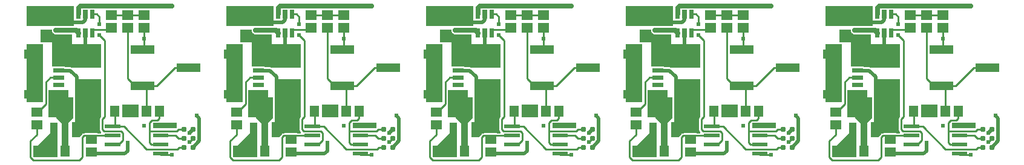
<source format=gbr>
G04 start of page 2 for group 0 idx 0 *
G04 Title: (unknown), top *
G04 Creator: pcb 20140316 *
G04 CreationDate: Sun 13 Sep 2020 05:46:49 PM GMT UTC *
G04 For: railfan *
G04 Format: Gerber/RS-274X *
G04 PCB-Dimensions (mil): 5600.00 1200.00 *
G04 PCB-Coordinate-Origin: lower left *
%MOIN*%
%FSLAX25Y25*%
%LNTOP*%
%ADD28C,0.0390*%
%ADD27C,0.0120*%
%ADD26C,0.0240*%
%ADD25R,0.0244X0.0244*%
%ADD24C,0.0310*%
%ADD23R,0.0469X0.0469*%
%ADD22R,0.0200X0.0200*%
%ADD21R,0.0945X0.0945*%
%ADD20R,0.0378X0.0378*%
%ADD19R,0.0512X0.0512*%
%ADD18R,0.0630X0.0630*%
%ADD17R,0.0472X0.0472*%
%ADD16R,0.0236X0.0236*%
%ADD15C,0.0250*%
%ADD14C,0.0200*%
%ADD13C,0.0100*%
%ADD12C,0.0350*%
%ADD11C,0.0001*%
G54D11*G36*
X140113Y36000D02*X134000D01*
Y51000D01*
X145000D01*
Y41710D01*
X144890Y41716D01*
X140953Y41707D01*
X140800Y41670D01*
X140655Y41610D01*
X140520Y41528D01*
X140401Y41425D01*
X140298Y41306D01*
X140216Y41171D01*
X140156Y41026D01*
X140119Y40873D01*
X140110Y40716D01*
X140113Y36000D01*
G37*
G36*
X163000Y57000D02*Y36338D01*
X162617Y35955D01*
X162578Y35922D01*
X162445Y35766D01*
X162338Y35592D01*
X162260Y35403D01*
X162212Y35204D01*
X162212Y35204D01*
X162196Y35000D01*
X162200Y34949D01*
Y29551D01*
X162196Y29500D01*
X162212Y29296D01*
X162212Y29296D01*
X162260Y29097D01*
X162338Y28908D01*
X162379Y28842D01*
X162445Y28734D01*
X162445Y28733D01*
X162578Y28578D01*
X162617Y28545D01*
X163000Y28162D01*
Y27300D01*
X161171D01*
X161161Y27311D01*
X161042Y27414D01*
X160907Y27496D01*
X160762Y27556D01*
X160609Y27593D01*
X160452Y27602D01*
X154391Y27593D01*
X154238Y27556D01*
X154093Y27496D01*
X153958Y27414D01*
X153839Y27311D01*
X153829Y27300D01*
X153551D01*
X153500Y27304D01*
X153296Y27288D01*
X153097Y27240D01*
X152908Y27162D01*
X152734Y27055D01*
X152733Y27055D01*
X152578Y26922D01*
X152545Y26883D01*
X151617Y25955D01*
X151578Y25922D01*
X151445Y25766D01*
X151338Y25592D01*
X151260Y25403D01*
X151212Y25204D01*
X151212Y25204D01*
X151196Y25000D01*
X147000D01*
Y33500D01*
X148500D01*
Y57000D01*
X148503D01*
X148680Y56891D01*
X148942Y56783D01*
X149218Y56717D01*
X149500Y56694D01*
X149782Y56717D01*
X150058Y56783D01*
X150320Y56891D01*
X150497Y57000D01*
X163000D01*
G37*
G36*
X191500Y30000D02*Y33000D01*
X204500D01*
Y30338D01*
X204162Y30000D01*
X191500D01*
G37*
G36*
X174500Y43000D02*X183500D01*
Y36000D01*
X174500D01*
Y43000D01*
G37*
G36*
X250113Y36000D02*X244000D01*
Y51000D01*
X255000D01*
Y41710D01*
X254890Y41716D01*
X250953Y41707D01*
X250800Y41670D01*
X250655Y41610D01*
X250520Y41528D01*
X250401Y41425D01*
X250298Y41306D01*
X250216Y41171D01*
X250156Y41026D01*
X250119Y40873D01*
X250110Y40716D01*
X250113Y36000D01*
G37*
G36*
X249000Y14000D02*X235838D01*
X235500Y14338D01*
Y20500D01*
X249000D01*
Y14000D01*
G37*
G36*
X246594Y29063D02*X246500D01*
Y19500D01*
X238000D01*
Y20500D01*
X238031D01*
X246594Y29063D01*
G37*
G36*
X249000Y18000D02*X245000D01*
Y33000D01*
X249000D01*
Y18000D01*
G37*
G36*
X273000Y57000D02*Y36338D01*
X272617Y35955D01*
X272578Y35922D01*
X272445Y35766D01*
X272338Y35592D01*
X272260Y35403D01*
X272212Y35204D01*
X272212Y35204D01*
X272196Y35000D01*
X272200Y34949D01*
Y29551D01*
X272196Y29500D01*
X272212Y29296D01*
X272212Y29296D01*
X272260Y29097D01*
X272338Y28908D01*
X272379Y28842D01*
X272445Y28734D01*
X272445Y28733D01*
X272578Y28578D01*
X272617Y28545D01*
X273000Y28162D01*
Y27300D01*
X271171D01*
X271161Y27311D01*
X271042Y27414D01*
X270907Y27496D01*
X270762Y27556D01*
X270609Y27593D01*
X270452Y27602D01*
X264391Y27593D01*
X264238Y27556D01*
X264093Y27496D01*
X263958Y27414D01*
X263839Y27311D01*
X263829Y27300D01*
X263551D01*
X263500Y27304D01*
X263296Y27288D01*
X263097Y27240D01*
X262908Y27162D01*
X262734Y27055D01*
X262733Y27055D01*
X262578Y26922D01*
X262545Y26883D01*
X261617Y25955D01*
X261578Y25922D01*
X261445Y25766D01*
X261338Y25592D01*
X261260Y25403D01*
X261212Y25204D01*
X261212Y25204D01*
X261196Y25000D01*
X257000D01*
Y33500D01*
X258500D01*
Y57000D01*
X258503D01*
X258680Y56891D01*
X258942Y56783D01*
X259218Y56717D01*
X259500Y56694D01*
X259782Y56717D01*
X260058Y56783D01*
X260320Y56891D01*
X260497Y57000D01*
X273000D01*
G37*
G36*
X232000Y76500D02*X241000D01*
Y44500D01*
X232000D01*
Y76500D01*
G37*
G36*
X30113Y36000D02*X24000D01*
Y51000D01*
X35000D01*
Y41710D01*
X34890Y41716D01*
X30953Y41707D01*
X30800Y41670D01*
X30655Y41610D01*
X30520Y41528D01*
X30401Y41425D01*
X30298Y41306D01*
X30216Y41171D01*
X30156Y41026D01*
X30119Y40873D01*
X30110Y40716D01*
X30113Y36000D01*
G37*
G36*
X53000Y57000D02*Y36338D01*
X52617Y35955D01*
X52578Y35922D01*
X52445Y35766D01*
X52338Y35592D01*
X52260Y35403D01*
X52212Y35204D01*
X52212Y35204D01*
X52196Y35000D01*
X52200Y34949D01*
Y29551D01*
X52196Y29500D01*
X52212Y29296D01*
X52212Y29296D01*
X52260Y29097D01*
X52338Y28908D01*
X52379Y28842D01*
X52445Y28734D01*
X52445Y28733D01*
X52578Y28578D01*
X52617Y28545D01*
X53000Y28162D01*
Y27300D01*
X51171D01*
X51161Y27311D01*
X51042Y27414D01*
X50907Y27496D01*
X50762Y27556D01*
X50609Y27593D01*
X50452Y27602D01*
X44391Y27593D01*
X44238Y27556D01*
X44093Y27496D01*
X43958Y27414D01*
X43839Y27311D01*
X43829Y27300D01*
X43551D01*
X43500Y27304D01*
X43296Y27288D01*
X43097Y27240D01*
X42908Y27162D01*
X42734Y27055D01*
X42733Y27055D01*
X42578Y26922D01*
X42545Y26883D01*
X41617Y25955D01*
X41578Y25922D01*
X41445Y25766D01*
X41338Y25592D01*
X41260Y25403D01*
X41212Y25204D01*
X41212Y25204D01*
X41196Y25000D01*
X37000D01*
Y33500D01*
X38500D01*
Y57000D01*
X38503D01*
X38680Y56891D01*
X38942Y56783D01*
X39218Y56717D01*
X39500Y56694D01*
X39782Y56717D01*
X40058Y56783D01*
X40320Y56891D01*
X40497Y57000D01*
X53000D01*
G37*
G36*
X64500Y43000D02*X73500D01*
Y36000D01*
X64500D01*
Y43000D01*
G37*
G36*
X53000Y76500D02*Y63500D01*
X36957D01*
X36883Y63546D01*
X36621Y63654D01*
X36345Y63720D01*
X36345Y63720D01*
X36063Y63743D01*
X35992Y63737D01*
X33337D01*
X33260Y63827D01*
X33141Y63930D01*
X33006Y64012D01*
X32861Y64072D01*
X32708Y64109D01*
X32551Y64118D01*
X26292Y64109D01*
X26139Y64072D01*
X26000Y64014D01*
Y76500D01*
X53000D01*
G37*
G36*
X12000D02*X21000D01*
Y44500D01*
X12000D01*
Y76500D01*
G37*
G36*
X122000D02*X131000D01*
Y44500D01*
X122000D01*
Y76500D01*
G37*
G36*
X29000Y14000D02*X15838D01*
X15500Y14338D01*
Y20500D01*
X29000D01*
Y14000D01*
G37*
G36*
X26594Y29063D02*X26500D01*
Y19500D01*
X18000D01*
Y20500D01*
X18031D01*
X26594Y29063D01*
G37*
G36*
X29000Y18000D02*X25000D01*
Y33000D01*
X29000D01*
Y18000D01*
G37*
G36*
X12000Y97500D02*X38000D01*
Y86500D01*
X12000D01*
Y97500D01*
G37*
G36*
X122000D02*X148000D01*
Y86500D01*
X122000D01*
Y97500D01*
G37*
G36*
X19500Y84500D02*X26012D01*
X25969Y84322D01*
X25944Y84000D01*
X25969Y83678D01*
X26044Y83365D01*
X26168Y83066D01*
X26336Y82791D01*
X26546Y82546D01*
X26791Y82336D01*
X27066Y82168D01*
X27365Y82044D01*
X27678Y81969D01*
X28000Y81950D01*
X37000D01*
Y77500D01*
X19500D01*
Y84500D01*
G37*
G36*
X129500D02*X136012D01*
X135969Y84322D01*
X135944Y84000D01*
X135969Y83678D01*
X136044Y83365D01*
X136168Y83066D01*
X136336Y82791D01*
X136546Y82546D01*
X136791Y82336D01*
X137066Y82168D01*
X137365Y82044D01*
X137678Y81969D01*
X138000Y81950D01*
X147000D01*
Y77500D01*
X129500D01*
Y84500D01*
G37*
G36*
X37000Y78000D02*Y75000D01*
X26000D01*
Y78000D01*
X37000D01*
G37*
G36*
X163000Y76500D02*Y63500D01*
X146957D01*
X146883Y63546D01*
X146621Y63654D01*
X146345Y63720D01*
X146345Y63720D01*
X146063Y63743D01*
X145992Y63737D01*
X143337D01*
X143260Y63827D01*
X143141Y63930D01*
X143006Y64012D01*
X142861Y64072D01*
X142708Y64109D01*
X142551Y64118D01*
X136292Y64109D01*
X136139Y64072D01*
X136000Y64014D01*
Y76500D01*
X163000D01*
G37*
G36*
X147000Y78000D02*Y75000D01*
X136000D01*
Y78000D01*
X147000D01*
G37*
G36*
X81500Y30000D02*Y33000D01*
X94500D01*
Y30338D01*
X94162Y30000D01*
X81500D01*
G37*
G36*
X139000Y14000D02*X125838D01*
X125500Y14338D01*
Y20500D01*
X139000D01*
Y14000D01*
G37*
G36*
X136594Y29063D02*X136500D01*
Y19500D01*
X128000D01*
Y20500D01*
X128031D01*
X136594Y29063D01*
G37*
G36*
X139000Y18000D02*X135000D01*
Y33000D01*
X139000D01*
Y18000D01*
G37*
G36*
X273000Y76500D02*Y63500D01*
X256957D01*
X256883Y63546D01*
X256621Y63654D01*
X256345Y63720D01*
X256345Y63720D01*
X256063Y63743D01*
X255992Y63737D01*
X253337D01*
X253260Y63827D01*
X253141Y63930D01*
X253006Y64012D01*
X252861Y64072D01*
X252708Y64109D01*
X252551Y64118D01*
X246292Y64109D01*
X246139Y64072D01*
X246000Y64014D01*
Y76500D01*
X273000D01*
G37*
G36*
X232000Y97500D02*X258000D01*
Y86500D01*
X232000D01*
Y97500D01*
G37*
G36*
X239500Y84500D02*X246012D01*
X245969Y84322D01*
X245944Y84000D01*
X245969Y83678D01*
X246044Y83365D01*
X246168Y83066D01*
X246336Y82791D01*
X246546Y82546D01*
X246791Y82336D01*
X247066Y82168D01*
X247365Y82044D01*
X247678Y81969D01*
X248000Y81950D01*
X257000D01*
Y77500D01*
X239500D01*
Y84500D01*
G37*
G36*
X257000Y78000D02*Y75000D01*
X246000D01*
Y78000D01*
X257000D01*
G37*
G36*
X301500Y30000D02*Y33000D01*
X314500D01*
Y30338D01*
X314162Y30000D01*
X301500D01*
G37*
G36*
X284500Y43000D02*X293500D01*
Y36000D01*
X284500D01*
Y43000D01*
G37*
G36*
X360113Y36000D02*X354000D01*
Y51000D01*
X365000D01*
Y41710D01*
X364890Y41716D01*
X360953Y41707D01*
X360800Y41670D01*
X360655Y41610D01*
X360520Y41528D01*
X360401Y41425D01*
X360298Y41306D01*
X360216Y41171D01*
X360156Y41026D01*
X360119Y40873D01*
X360110Y40716D01*
X360113Y36000D01*
G37*
G36*
X383000Y57000D02*Y36338D01*
X382617Y35955D01*
X382578Y35922D01*
X382445Y35766D01*
X382338Y35592D01*
X382260Y35403D01*
X382212Y35204D01*
X382212Y35204D01*
X382196Y35000D01*
X382200Y34949D01*
Y29551D01*
X382196Y29500D01*
X382212Y29296D01*
X382212Y29296D01*
X382260Y29097D01*
X382338Y28908D01*
X382379Y28842D01*
X382445Y28734D01*
X382445Y28733D01*
X382578Y28578D01*
X382617Y28545D01*
X383000Y28162D01*
Y27300D01*
X381171D01*
X381161Y27311D01*
X381042Y27414D01*
X380907Y27496D01*
X380762Y27556D01*
X380609Y27593D01*
X380452Y27602D01*
X374391Y27593D01*
X374238Y27556D01*
X374093Y27496D01*
X373958Y27414D01*
X373839Y27311D01*
X373829Y27300D01*
X373551D01*
X373500Y27304D01*
X373296Y27288D01*
X373097Y27240D01*
X372908Y27162D01*
X372734Y27055D01*
X372733Y27055D01*
X372578Y26922D01*
X372545Y26883D01*
X371617Y25955D01*
X371578Y25922D01*
X371445Y25766D01*
X371338Y25592D01*
X371260Y25403D01*
X371212Y25204D01*
X371212Y25204D01*
X371196Y25000D01*
X367000D01*
Y33500D01*
X368500D01*
Y57000D01*
X368503D01*
X368680Y56891D01*
X368942Y56783D01*
X369218Y56717D01*
X369500Y56694D01*
X369782Y56717D01*
X370058Y56783D01*
X370320Y56891D01*
X370497Y57000D01*
X383000D01*
G37*
G36*
X342000Y76500D02*X351000D01*
Y44500D01*
X342000D01*
Y76500D01*
G37*
G36*
X359000Y14000D02*X345838D01*
X345500Y14338D01*
Y20500D01*
X359000D01*
Y14000D01*
G37*
G36*
X356594Y29063D02*X356500D01*
Y19500D01*
X348000D01*
Y20500D01*
X348031D01*
X356594Y29063D01*
G37*
G36*
X359000Y18000D02*X355000D01*
Y33000D01*
X359000D01*
Y18000D01*
G37*
G36*
X383000Y76500D02*Y63500D01*
X366957D01*
X366883Y63546D01*
X366621Y63654D01*
X366345Y63720D01*
X366345Y63720D01*
X366063Y63743D01*
X365992Y63737D01*
X363337D01*
X363260Y63827D01*
X363141Y63930D01*
X363006Y64012D01*
X362861Y64072D01*
X362708Y64109D01*
X362551Y64118D01*
X356292Y64109D01*
X356139Y64072D01*
X356000Y64014D01*
Y76500D01*
X383000D01*
G37*
G36*
X342000Y97500D02*X368000D01*
Y86500D01*
X342000D01*
Y97500D01*
G37*
G36*
X349500Y84500D02*X356012D01*
X355969Y84322D01*
X355944Y84000D01*
X355969Y83678D01*
X356044Y83365D01*
X356168Y83066D01*
X356336Y82791D01*
X356546Y82546D01*
X356791Y82336D01*
X357066Y82168D01*
X357365Y82044D01*
X357678Y81969D01*
X358000Y81950D01*
X367000D01*
Y77500D01*
X349500D01*
Y84500D01*
G37*
G36*
X367000Y78000D02*Y75000D01*
X356000D01*
Y78000D01*
X367000D01*
G37*
G36*
X411500Y30000D02*Y33000D01*
X424500D01*
Y30338D01*
X424162Y30000D01*
X411500D01*
G37*
G36*
X394500Y43000D02*X403500D01*
Y36000D01*
X394500D01*
Y43000D01*
G37*
G36*
X521500Y30000D02*Y33000D01*
X534500D01*
Y30338D01*
X534162Y30000D01*
X521500D01*
G37*
G36*
X504500Y43000D02*X513500D01*
Y36000D01*
X504500D01*
Y43000D01*
G37*
G36*
X470113Y36000D02*X464000D01*
Y51000D01*
X475000D01*
Y41710D01*
X474890Y41716D01*
X470953Y41707D01*
X470800Y41670D01*
X470655Y41610D01*
X470520Y41528D01*
X470401Y41425D01*
X470298Y41306D01*
X470216Y41171D01*
X470156Y41026D01*
X470119Y40873D01*
X470110Y40716D01*
X470113Y36000D01*
G37*
G36*
X493000Y57000D02*Y36338D01*
X492617Y35955D01*
X492578Y35922D01*
X492445Y35766D01*
X492338Y35592D01*
X492260Y35403D01*
X492212Y35204D01*
X492212Y35204D01*
X492196Y35000D01*
X492200Y34949D01*
Y29551D01*
X492196Y29500D01*
X492212Y29296D01*
X492212Y29296D01*
X492260Y29097D01*
X492338Y28908D01*
X492379Y28842D01*
X492445Y28734D01*
X492445Y28733D01*
X492578Y28578D01*
X492617Y28545D01*
X493000Y28162D01*
Y27300D01*
X491171D01*
X491161Y27311D01*
X491042Y27414D01*
X490907Y27496D01*
X490762Y27556D01*
X490609Y27593D01*
X490452Y27602D01*
X484391Y27593D01*
X484238Y27556D01*
X484093Y27496D01*
X483958Y27414D01*
X483839Y27311D01*
X483829Y27300D01*
X483551D01*
X483500Y27304D01*
X483296Y27288D01*
X483097Y27240D01*
X482908Y27162D01*
X482734Y27055D01*
X482733Y27055D01*
X482578Y26922D01*
X482545Y26883D01*
X481617Y25955D01*
X481578Y25922D01*
X481445Y25766D01*
X481338Y25592D01*
X481260Y25403D01*
X481212Y25204D01*
X481212Y25204D01*
X481196Y25000D01*
X477000D01*
Y33500D01*
X478500D01*
Y57000D01*
X478503D01*
X478680Y56891D01*
X478942Y56783D01*
X479218Y56717D01*
X479500Y56694D01*
X479782Y56717D01*
X480058Y56783D01*
X480320Y56891D01*
X480497Y57000D01*
X493000D01*
G37*
G36*
X469000Y14000D02*X455838D01*
X455500Y14338D01*
Y20500D01*
X469000D01*
Y14000D01*
G37*
G36*
X466594Y29063D02*X466500D01*
Y19500D01*
X458000D01*
Y20500D01*
X458031D01*
X466594Y29063D01*
G37*
G36*
X469000Y18000D02*X465000D01*
Y33000D01*
X469000D01*
Y18000D01*
G37*
G36*
X493000Y76500D02*Y63500D01*
X476957D01*
X476883Y63546D01*
X476621Y63654D01*
X476345Y63720D01*
X476345Y63720D01*
X476063Y63743D01*
X475992Y63737D01*
X473337D01*
X473260Y63827D01*
X473141Y63930D01*
X473006Y64012D01*
X472861Y64072D01*
X472708Y64109D01*
X472551Y64118D01*
X466292Y64109D01*
X466139Y64072D01*
X466000Y64014D01*
Y76500D01*
X493000D01*
G37*
G36*
X452000D02*X461000D01*
Y44500D01*
X452000D01*
Y76500D01*
G37*
G36*
Y97500D02*X478000D01*
Y86500D01*
X452000D01*
Y97500D01*
G37*
G36*
X459500Y84500D02*X466012D01*
X465969Y84322D01*
X465944Y84000D01*
X465969Y83678D01*
X466044Y83365D01*
X466168Y83066D01*
X466336Y82791D01*
X466546Y82546D01*
X466791Y82336D01*
X467066Y82168D01*
X467365Y82044D01*
X467678Y81969D01*
X468000Y81950D01*
X477000D01*
Y77500D01*
X459500D01*
Y84500D01*
G37*
G36*
X477000Y78000D02*Y75000D01*
X466000D01*
Y78000D01*
X477000D01*
G37*
G54D12*X253000Y32921D02*Y17500D01*
G54D13*X242500Y43500D02*X237500Y38500D01*
X234000Y23000D02*X237500Y26500D01*
Y31957D01*
X274500Y28500D02*X273500Y29500D01*
Y35000D01*
X275000Y36500D01*
X261000Y12500D02*X262500Y14000D01*
G54D14*X286000Y16000D02*X267500D01*
G54D13*X235500Y12500D02*X261000D01*
X234000Y14000D02*X235500Y12500D01*
X234000Y23000D02*Y14000D01*
X262500D02*Y25000D01*
X263500Y26000D01*
X279250D01*
X280457Y39500D02*Y31000D01*
X279250Y21000D02*X282500D01*
X285000Y23500D01*
Y27500D01*
X284000Y28500D01*
X274500D01*
G54D14*X286000Y16000D02*X287500Y17500D01*
G54D13*X279250Y31000D02*X285500D01*
G54D14*X287500Y17500D02*Y22000D01*
G54D13*X285500Y31000D02*X298000Y18500D01*
X299500Y22000D02*Y33000D01*
X301000Y34500D01*
X304000D01*
X305000Y35500D01*
X305043Y39500D01*
X298000Y18500D02*X315000D01*
X300500Y21000D02*X305750D01*
X318500Y29500D02*X315500D01*
X314500Y28500D01*
X299500D01*
X305750Y26000D02*X314000D01*
X299500Y22000D02*X300500Y21000D01*
X312000Y15500D02*X305750D01*
X249500Y58000D02*X245000D01*
X242500Y55500D01*
G54D14*X249500Y61937D02*X256063D01*
X259500Y58500D01*
Y51500D01*
X264260Y82646D02*Y74000D01*
G54D15*X248000Y84000D02*X259166D01*
X260520Y82646D01*
G54D13*X242500Y55500D02*Y43500D01*
X275000Y36500D02*Y78500D01*
X272000Y81500D01*
Y87500D02*Y91500D01*
X270500Y93000D01*
X268000D01*
X277000Y84500D02*X268000D01*
G54D15*X312000Y97500D02*X261500D01*
X260520Y96520D01*
Y93000D01*
G54D14*X264260D02*Y89760D01*
X263000Y88500D01*
X254500D01*
G54D13*X278500Y92543D02*X296500D01*
Y85457D02*Y73500D01*
X287500Y85457D02*Y57500D01*
X291500Y53500D01*
X313500Y63500D02*X303500Y53500D01*
X295902D01*
X297957Y39500D02*Y53500D01*
X315000Y18500D02*X316000Y19500D01*
X318500D01*
G54D14*X327000Y23000D02*Y35500D01*
G54D13*X314000Y26000D02*X315500Y24500D01*
X318500D01*
G54D14*X323500Y19500D02*X327000Y23000D01*
X323500Y29500D02*X321500Y27500D01*
G54D13*X323500Y24500D02*X321500Y22500D01*
X321098Y63500D02*X313500D01*
G54D14*X327000Y35500D02*X325500Y37000D01*
G54D13*X390457Y39500D02*Y31000D01*
X383500Y35000D02*X385000Y36500D01*
X359500Y58000D02*X355000D01*
X352500Y55500D01*
G54D14*X359500Y61937D02*X366063D01*
X369500Y58500D01*
Y51500D01*
G54D13*X371000Y12500D02*X372500Y14000D01*
X345500Y12500D02*X371000D01*
X344000Y14000D02*X345500Y12500D01*
X344000Y23000D02*Y14000D01*
Y23000D02*X347500Y26500D01*
X372500Y14000D02*Y25000D01*
X373500Y26000D01*
X389250D01*
G54D12*X363000Y32921D02*Y17500D01*
G54D13*X352500Y55500D02*Y43500D01*
X347500Y38500D01*
Y26500D02*Y31957D01*
X389250Y21000D02*X392500D01*
X395000Y23500D02*Y27500D01*
X394000Y28500D01*
X384500D01*
X383500Y29500D01*
X392500Y21000D02*X395000Y23500D01*
G54D14*X396000Y16000D02*X397500Y17500D01*
Y22000D01*
G54D13*X389250Y31000D02*X395500D01*
X408000Y18500D01*
G54D14*X396000Y16000D02*X377500D01*
G54D13*X408000Y18500D02*X425000D01*
X415750Y26000D02*X424000D01*
X425500Y24500D01*
X428500D01*
Y29500D02*X425500D01*
X424500Y28500D01*
X409500D01*
Y22000D02*X410500Y21000D01*
X409500Y22000D02*Y33000D01*
X411000Y34500D01*
X414000D01*
X415000Y35500D01*
X415043Y39500D01*
X410500Y21000D02*X415750D01*
X422000Y15500D02*X415750D01*
X425000Y18500D02*X426000Y19500D01*
X428500D01*
G54D14*X433500D02*X437000Y23000D01*
Y35500D01*
X435500Y37000D01*
X433500Y29500D02*X431500Y27500D01*
G54D13*X433500Y24500D02*X431500Y22500D01*
X423500Y63500D02*X413500Y53500D01*
X405902D01*
X407957Y39500D02*Y53500D01*
X383500Y29500D02*Y35000D01*
X385000Y36500D02*Y78500D01*
X382000Y81500D01*
Y87500D02*Y91500D01*
X380500Y93000D01*
X397500Y85457D02*Y57500D01*
X401500Y53500D01*
G54D14*X374260Y82646D02*Y74000D01*
G54D13*X380500Y93000D02*X378000D01*
G54D14*X374260D02*Y89760D01*
X373000Y88500D01*
G54D15*X370520Y96520D02*Y93000D01*
G54D13*X387000Y84500D02*X378000D01*
X388500Y92543D02*X406500D01*
Y85457D02*Y73500D01*
G54D15*X422000Y97500D02*X371500D01*
X370520Y96520D01*
G54D14*X373000Y88500D02*X364500D01*
G54D15*X358000Y84000D02*X369166D01*
X370520Y82646D01*
G54D13*X431098Y63500D02*X423500D01*
G54D12*X473000Y32921D02*Y17500D01*
G54D13*X482500Y25000D02*X483500Y26000D01*
X481000Y12500D02*X482500Y14000D01*
X455500Y12500D02*X481000D01*
X454000Y14000D02*X455500Y12500D01*
X454000Y23000D02*Y14000D01*
X482500D02*Y25000D01*
X500457Y39500D02*Y31000D01*
X494500Y28500D02*X493500Y29500D01*
Y35000D01*
X495000Y36500D01*
X483500Y26000D02*X499250D01*
X462500Y43500D02*X457500Y38500D01*
X454000Y23000D02*X457500Y26500D01*
Y31957D01*
X502500Y21000D02*X505000Y23500D01*
G54D14*X506000Y16000D02*X507500Y17500D01*
Y22000D01*
G54D13*X505000Y23500D02*Y27500D01*
X505500Y31000D02*X518000Y18500D01*
X505000Y27500D02*X504000Y28500D01*
X494500D01*
X499250Y31000D02*X505500D01*
G54D14*X506000Y16000D02*X487500D01*
G54D13*X499250Y21000D02*X502500D01*
X518000Y18500D02*X535000D01*
X520500Y21000D02*X525750D01*
X535500Y29500D02*X534500Y28500D01*
X519500D01*
X525750Y26000D02*X534000D01*
X519500Y22000D02*X520500Y21000D01*
X519500Y22000D02*Y33000D01*
X521000Y34500D01*
X524000D01*
X525000Y35500D01*
X525043Y39500D01*
X532000Y15500D02*X525750D01*
X538500Y29500D02*X535500D01*
X535000Y18500D02*X536000Y19500D01*
X538500D01*
X534000Y26000D02*X535500Y24500D01*
X538500D01*
G54D14*X543500Y19500D02*X547000Y23000D01*
G54D13*X543500Y24500D02*X541500Y22500D01*
G54D14*X547000Y23000D02*Y35500D01*
X545500Y37000D01*
X543500Y29500D02*X541500Y27500D01*
G54D13*X541098Y63500D02*X533500D01*
X469500Y58000D02*X465000D01*
X462500Y55500D01*
G54D14*X469500Y61937D02*X476063D01*
X479500Y58500D01*
Y51500D01*
G54D13*X462500Y55500D02*Y43500D01*
G54D14*X484260Y82646D02*Y74000D01*
Y93000D02*Y89760D01*
X483000Y88500D02*X474500D01*
G54D15*X468000Y84000D02*X479166D01*
X480520Y82646D01*
G54D13*X516500Y85457D02*Y73500D01*
X495000Y36500D02*Y78500D01*
X492000Y81500D01*
Y87500D02*Y91500D01*
X490500Y93000D01*
X488000D01*
X497000Y84500D02*X488000D01*
X507500Y85457D02*Y57500D01*
X511500Y53500D01*
X517957Y39500D02*Y53500D01*
G54D14*X484260Y89760D02*X483000Y88500D01*
G54D13*X498500Y92543D02*X516500D01*
G54D15*X532000Y97500D02*X481500D01*
X480520Y96520D01*
Y93000D01*
G54D13*X533500Y63500D02*X523500Y53500D01*
X515902D01*
X78000Y18500D02*X95000D01*
X80500Y21000D02*X85750D01*
X95500Y29500D02*X94500Y28500D01*
X79500D01*
X85750Y26000D02*X94000D01*
X79500Y22000D02*X80500Y21000D01*
X79500Y22000D02*Y33000D01*
X81000Y34500D01*
X84000D01*
X85000Y35500D01*
X85043Y39500D01*
X92000Y15500D02*X85750D01*
X29500Y58000D02*X25000D01*
X22500Y55500D01*
G54D14*X29500Y61937D02*X36063D01*
X39500Y58500D01*
Y51500D01*
X44260Y89760D02*X43000Y88500D01*
X34500D01*
G54D15*X28000Y84000D02*X39166D01*
X40520Y82646D01*
G54D13*X22500Y55500D02*Y43500D01*
G54D14*X44260Y82646D02*Y74000D01*
Y93000D02*Y89760D01*
G54D13*X55000Y36500D02*Y78500D01*
X52000Y81500D01*
Y87500D02*Y91500D01*
X50500Y93000D01*
X48000D01*
X57000Y84500D02*X48000D01*
G54D15*X92000Y97500D02*X41500D01*
X40520Y96520D01*
Y93000D01*
G54D13*X59250Y21000D02*X62500D01*
X58500Y92543D02*X76500D01*
Y85457D02*Y73500D01*
X67500Y85457D02*Y57500D01*
X93500Y63500D02*X83500Y53500D01*
X75902D01*
X67500Y57500D02*X71500Y53500D01*
X77957Y39500D02*Y53500D01*
X62500Y21000D02*X65000Y23500D01*
G54D14*X66000Y16000D02*X67500Y17500D01*
Y22000D01*
G54D13*X65000Y23500D02*Y27500D01*
X65500Y31000D02*X78000Y18500D01*
X65000Y27500D02*X64000Y28500D01*
X54500D01*
X59250Y31000D02*X65500D01*
G54D14*X66000Y16000D02*X47500D01*
G54D12*X33000Y32921D02*Y17500D01*
G54D13*X42500Y25000D02*X43500Y26000D01*
X41000Y12500D02*X42500Y14000D01*
X15500Y12500D02*X41000D01*
X14000Y14000D02*X15500Y12500D01*
X14000Y23000D02*Y14000D01*
X42500D02*Y25000D01*
X60457Y39500D02*Y31000D01*
X54500Y28500D02*X53500Y29500D01*
Y35000D01*
X55000Y36500D01*
X43500Y26000D02*X59250D01*
X22500Y43500D02*X17500Y38500D01*
X14000Y23000D02*X17500Y26500D01*
Y31957D01*
X98500Y29500D02*X95500D01*
X95000Y18500D02*X96000Y19500D01*
X98500D01*
X94000Y26000D02*X95500Y24500D01*
X98500D01*
G54D14*X103500Y19500D02*X107000Y23000D01*
G54D13*X103500Y24500D02*X101500Y22500D01*
G54D14*X107000Y23000D02*Y35500D01*
X103500Y29500D02*X101500Y27500D01*
X107000Y35500D02*X105500Y37000D01*
G54D13*X170457Y39500D02*Y31000D01*
X163500Y35000D02*X165000Y36500D01*
X101098Y63500D02*X93500D01*
X139500Y58000D02*X135000D01*
X132500Y55500D01*
G54D14*X139500Y61937D02*X146063D01*
X149500Y58500D01*
Y51500D01*
G54D13*X132500Y55500D02*Y43500D01*
X127500Y38500D01*
G54D12*X143000Y32921D02*Y17500D01*
G54D13*X151000Y12500D02*X152500Y14000D01*
Y25000D01*
X153500Y26000D01*
X125500Y12500D02*X151000D01*
X124000Y14000D02*X125500Y12500D01*
X124000Y23000D02*Y14000D01*
Y23000D02*X127500Y26500D01*
Y31957D01*
X169250Y21000D02*X172500D01*
X175000Y23500D01*
Y27500D01*
X174000Y28500D01*
X164500D01*
X163500Y29500D01*
G54D14*X176000Y16000D02*X177500Y17500D01*
X176000Y16000D02*X157500D01*
X177500Y17500D02*Y22000D01*
G54D13*X169250Y31000D02*X175500D01*
X188000Y18500D01*
X153500Y26000D02*X169250D01*
X188000Y18500D02*X205000D01*
X195750Y26000D02*X204000D01*
X205500Y24500D01*
X208500D01*
Y29500D02*X205500D01*
X204500Y28500D01*
X189500D01*
Y22000D02*X190500Y21000D01*
X189500Y22000D02*Y33000D01*
X191000Y34500D01*
X194000D01*
X195000Y35500D01*
X195043Y39500D01*
X190500Y21000D02*X195750D01*
X202000Y15500D02*X195750D01*
X205000Y18500D02*X206000Y19500D01*
X208500D01*
G54D14*X213500D02*X217000Y23000D01*
Y35500D01*
X215500Y37000D01*
X213500Y29500D02*X211500Y27500D01*
G54D13*X213500Y24500D02*X211500Y22500D01*
X211098Y63500D02*X203500D01*
X163500Y29500D02*Y35000D01*
X165000Y36500D02*Y78500D01*
X162000Y81500D01*
Y87500D02*Y91500D01*
X160500Y93000D01*
G54D14*X154260Y82646D02*Y74000D01*
G54D13*X160500Y93000D02*X158000D01*
X186500Y85457D02*Y73500D01*
X177500Y85457D02*Y57500D01*
G54D14*X154260Y93000D02*Y89760D01*
G54D13*X168500Y92543D02*X186500D01*
G54D15*X202000Y97500D02*X151500D01*
X150520Y96520D01*
Y93000D01*
G54D14*X154260Y89760D02*X153000Y88500D01*
X144500D01*
G54D15*X138000Y84000D02*X149166D01*
X150520Y82646D01*
G54D13*X167000Y84500D02*X158000D01*
X203500Y63500D02*X193500Y53500D01*
X185902D01*
X177500Y57500D02*X181500Y53500D01*
X187957Y39500D02*Y53500D01*
G54D16*X137630Y65874D02*X141370D01*
X137630Y61937D02*X141370D01*
X137630Y58000D02*X141370D01*
X137630Y54063D02*X141370D01*
G54D17*X123063Y70992D02*X125425D01*
G54D18*X159500Y53307D02*Y47008D01*
G54D17*X123063Y48945D02*X125425D01*
G54D19*X135957Y17893D02*Y17107D01*
G54D20*X137094Y31110D02*Y27016D01*
G54D19*X127107Y39043D02*X127893D01*
X127107Y31957D02*X127893D01*
X143043Y17893D02*Y17107D01*
G54D20*X143000Y38826D02*Y27016D01*
G54D21*Y42450D02*Y40560D01*
G54D11*G36*
X139695Y37255D02*X142535Y34415D01*
X141115Y32995D01*
X138275Y35835D01*
X139695Y37255D01*
G37*
G36*
X143465Y34415D02*X146305Y37255D01*
X147725Y35835D01*
X144885Y32995D01*
X143465Y34415D01*
G37*
G54D20*X148906Y31110D02*Y27016D01*
G54D19*X157107Y24043D02*X157893D01*
X157107Y16957D02*X157893D01*
X170457Y39893D02*Y39107D01*
G54D22*X166000Y31000D02*X172500D01*
X166000Y26000D02*X172500D01*
X166000Y21000D02*X172500D01*
X166000Y16000D02*X172500D01*
G54D19*X177543Y39893D02*Y39107D01*
G54D23*X181748Y53500D02*X190055D01*
G54D19*X187957Y39893D02*Y39107D01*
X195043Y39893D02*Y39107D01*
G54D22*X192500Y16000D02*X199000D01*
X192500Y21000D02*X199000D01*
X192500Y26000D02*X199000D01*
X192500Y31000D02*X199000D01*
G54D24*X208500Y29500D03*
G54D23*X206945Y63500D02*X215252D01*
G54D24*X213500Y29500D03*
Y24500D03*
Y19500D03*
X208500Y24500D03*
Y19500D03*
G54D19*X177107Y92543D02*X177893D01*
X186107D02*X186893D01*
X177107Y85457D02*X177893D01*
X168107D02*X168893D01*
X168107Y92543D02*X168893D01*
X186107Y85457D02*X186893D01*
G54D23*X181748Y73500D02*X190055D01*
G54D18*X159500Y72992D02*Y66693D01*
G54D25*X150520Y83827D02*Y81465D01*
X154260Y83827D02*Y81465D01*
X158000Y83827D02*Y81465D01*
Y94181D02*Y91819D01*
X154260Y94181D02*Y91819D01*
X150520Y94181D02*Y91819D01*
G54D19*X132107Y89043D02*X132893D01*
X132107Y81957D02*X132893D01*
G54D16*X27630Y65874D02*X31370D01*
X27630Y61937D02*X31370D01*
X27630Y58000D02*X31370D01*
X27630Y54063D02*X31370D01*
G54D17*X13063Y70992D02*X15425D01*
G54D18*X49500Y53307D02*Y47008D01*
G54D17*X13063Y48945D02*X15425D01*
G54D19*X25957Y17893D02*Y17107D01*
G54D20*X27094Y31110D02*Y27016D01*
G54D19*X17107Y39043D02*X17893D01*
X17107Y31957D02*X17893D01*
X33043Y17893D02*Y17107D01*
G54D20*X33000Y38826D02*Y27016D01*
G54D21*Y42450D02*Y40560D01*
G54D11*G36*
X29695Y37255D02*X32535Y34415D01*
X31115Y32995D01*
X28275Y35835D01*
X29695Y37255D01*
G37*
G36*
X33465Y34415D02*X36305Y37255D01*
X37725Y35835D01*
X34885Y32995D01*
X33465Y34415D01*
G37*
G54D20*X38906Y31110D02*Y27016D01*
G54D19*X47107Y24043D02*X47893D01*
X47107Y16957D02*X47893D01*
X60457Y39893D02*Y39107D01*
G54D22*X56000Y31000D02*X62500D01*
X56000Y26000D02*X62500D01*
X56000Y21000D02*X62500D01*
X56000Y16000D02*X62500D01*
G54D19*X67543Y39893D02*Y39107D01*
G54D23*X71748Y53500D02*X80055D01*
G54D19*X77957Y39893D02*Y39107D01*
X85043Y39893D02*Y39107D01*
G54D22*X82500Y16000D02*X89000D01*
X82500Y21000D02*X89000D01*
X82500Y26000D02*X89000D01*
X82500Y31000D02*X89000D01*
G54D24*X98500Y29500D03*
G54D23*X96945Y63500D02*X105252D01*
G54D24*X103500Y29500D03*
Y24500D03*
Y19500D03*
X98500Y24500D03*
Y19500D03*
G54D19*X67107Y92543D02*X67893D01*
X76107D02*X76893D01*
X67107Y85457D02*X67893D01*
X58107D02*X58893D01*
X58107Y92543D02*X58893D01*
X76107Y85457D02*X76893D01*
G54D23*X71748Y73500D02*X80055D01*
G54D18*X49500Y72992D02*Y66693D01*
G54D25*X40520Y83827D02*Y81465D01*
X44260Y83827D02*Y81465D01*
X48000Y83827D02*Y81465D01*
Y94181D02*Y91819D01*
X44260Y94181D02*Y91819D01*
X40520Y94181D02*Y91819D01*
G54D19*X22107Y89043D02*X22893D01*
X22107Y81957D02*X22893D01*
G54D16*X247630Y65874D02*X251370D01*
X247630Y61937D02*X251370D01*
X247630Y58000D02*X251370D01*
X247630Y54063D02*X251370D01*
G54D17*X233063Y70992D02*X235425D01*
G54D18*X269500Y53307D02*Y47008D01*
G54D17*X233063Y48945D02*X235425D01*
G54D19*X245957Y17893D02*Y17107D01*
G54D20*X247094Y31110D02*Y27016D01*
G54D19*X237107Y39043D02*X237893D01*
X237107Y31957D02*X237893D01*
X253043Y17893D02*Y17107D01*
G54D20*X253000Y38826D02*Y27016D01*
G54D21*Y42450D02*Y40560D01*
G54D11*G36*
X249695Y37255D02*X252535Y34415D01*
X251115Y32995D01*
X248275Y35835D01*
X249695Y37255D01*
G37*
G36*
X253465Y34415D02*X256305Y37255D01*
X257725Y35835D01*
X254885Y32995D01*
X253465Y34415D01*
G37*
G54D20*X258906Y31110D02*Y27016D01*
G54D19*X267107Y24043D02*X267893D01*
X267107Y16957D02*X267893D01*
X280457Y39893D02*Y39107D01*
G54D22*X276000Y31000D02*X282500D01*
X276000Y26000D02*X282500D01*
X276000Y21000D02*X282500D01*
X276000Y16000D02*X282500D01*
G54D19*X287543Y39893D02*Y39107D01*
G54D23*X291748Y53500D02*X300055D01*
G54D19*X297957Y39893D02*Y39107D01*
X305043Y39893D02*Y39107D01*
G54D22*X302500Y16000D02*X309000D01*
X302500Y21000D02*X309000D01*
X302500Y26000D02*X309000D01*
X302500Y31000D02*X309000D01*
G54D24*X318500Y29500D03*
G54D23*X316945Y63500D02*X325252D01*
G54D24*X323500Y29500D03*
Y24500D03*
Y19500D03*
X318500Y24500D03*
Y19500D03*
G54D19*X287107Y92543D02*X287893D01*
X296107D02*X296893D01*
X287107Y85457D02*X287893D01*
X278107D02*X278893D01*
X278107Y92543D02*X278893D01*
X296107Y85457D02*X296893D01*
G54D23*X291748Y73500D02*X300055D01*
G54D18*X269500Y72992D02*Y66693D01*
G54D25*X260520Y83827D02*Y81465D01*
X264260Y83827D02*Y81465D01*
X268000Y83827D02*Y81465D01*
Y94181D02*Y91819D01*
X264260Y94181D02*Y91819D01*
X260520Y94181D02*Y91819D01*
G54D19*X242107Y89043D02*X242893D01*
X242107Y81957D02*X242893D01*
G54D16*X357630Y65874D02*X361370D01*
X357630Y61937D02*X361370D01*
X357630Y58000D02*X361370D01*
X357630Y54063D02*X361370D01*
G54D17*X343063Y70992D02*X345425D01*
G54D18*X379500Y53307D02*Y47008D01*
G54D17*X343063Y48945D02*X345425D01*
G54D19*X355957Y17893D02*Y17107D01*
G54D20*X357094Y31110D02*Y27016D01*
G54D19*X347107Y39043D02*X347893D01*
X347107Y31957D02*X347893D01*
X363043Y17893D02*Y17107D01*
G54D20*X363000Y38826D02*Y27016D01*
G54D21*Y42450D02*Y40560D01*
G54D11*G36*
X359695Y37255D02*X362535Y34415D01*
X361115Y32995D01*
X358275Y35835D01*
X359695Y37255D01*
G37*
G36*
X363465Y34415D02*X366305Y37255D01*
X367725Y35835D01*
X364885Y32995D01*
X363465Y34415D01*
G37*
G54D20*X368906Y31110D02*Y27016D01*
G54D19*X377107Y24043D02*X377893D01*
X377107Y16957D02*X377893D01*
X390457Y39893D02*Y39107D01*
G54D22*X386000Y31000D02*X392500D01*
X386000Y26000D02*X392500D01*
X386000Y21000D02*X392500D01*
X386000Y16000D02*X392500D01*
G54D19*X397543Y39893D02*Y39107D01*
G54D23*X401748Y53500D02*X410055D01*
G54D19*X407957Y39893D02*Y39107D01*
X415043Y39893D02*Y39107D01*
G54D22*X412500Y16000D02*X419000D01*
X412500Y21000D02*X419000D01*
X412500Y26000D02*X419000D01*
X412500Y31000D02*X419000D01*
G54D24*X428500Y29500D03*
G54D23*X426945Y63500D02*X435252D01*
G54D24*X433500Y29500D03*
Y24500D03*
Y19500D03*
X428500Y24500D03*
Y19500D03*
G54D19*X397107Y92543D02*X397893D01*
X406107D02*X406893D01*
X397107Y85457D02*X397893D01*
X388107D02*X388893D01*
X388107Y92543D02*X388893D01*
X406107Y85457D02*X406893D01*
G54D23*X401748Y73500D02*X410055D01*
G54D18*X379500Y72992D02*Y66693D01*
G54D25*X370520Y83827D02*Y81465D01*
X374260Y83827D02*Y81465D01*
X378000Y83827D02*Y81465D01*
Y94181D02*Y91819D01*
X374260Y94181D02*Y91819D01*
X370520Y94181D02*Y91819D01*
G54D19*X352107Y89043D02*X352893D01*
X352107Y81957D02*X352893D01*
G54D16*X467630Y65874D02*X471370D01*
X467630Y61937D02*X471370D01*
X467630Y58000D02*X471370D01*
X467630Y54063D02*X471370D01*
G54D17*X453063Y70992D02*X455425D01*
G54D18*X489500Y53307D02*Y47008D01*
G54D17*X453063Y48945D02*X455425D01*
G54D19*X465957Y17893D02*Y17107D01*
G54D20*X467094Y31110D02*Y27016D01*
G54D19*X457107Y39043D02*X457893D01*
X457107Y31957D02*X457893D01*
X473043Y17893D02*Y17107D01*
G54D20*X473000Y38826D02*Y27016D01*
G54D21*Y42450D02*Y40560D01*
G54D11*G36*
X469695Y37255D02*X472535Y34415D01*
X471115Y32995D01*
X468275Y35835D01*
X469695Y37255D01*
G37*
G36*
X473465Y34415D02*X476305Y37255D01*
X477725Y35835D01*
X474885Y32995D01*
X473465Y34415D01*
G37*
G54D20*X478906Y31110D02*Y27016D01*
G54D19*X487107Y24043D02*X487893D01*
X487107Y16957D02*X487893D01*
X500457Y39893D02*Y39107D01*
G54D22*X496000Y31000D02*X502500D01*
X496000Y26000D02*X502500D01*
X496000Y21000D02*X502500D01*
X496000Y16000D02*X502500D01*
G54D19*X507543Y39893D02*Y39107D01*
G54D23*X511748Y53500D02*X520055D01*
G54D19*X517957Y39893D02*Y39107D01*
X525043Y39893D02*Y39107D01*
G54D22*X522500Y16000D02*X529000D01*
X522500Y21000D02*X529000D01*
X522500Y26000D02*X529000D01*
X522500Y31000D02*X529000D01*
G54D24*X538500Y29500D03*
G54D23*X536945Y63500D02*X545252D01*
G54D24*X543500Y29500D03*
Y24500D03*
Y19500D03*
X538500Y24500D03*
Y19500D03*
G54D19*X507107Y92543D02*X507893D01*
X516107D02*X516893D01*
X507107Y85457D02*X507893D01*
X498107D02*X498893D01*
X498107Y92543D02*X498893D01*
X516107Y85457D02*X516893D01*
G54D23*X511748Y73500D02*X520055D01*
G54D18*X489500Y72992D02*Y66693D01*
G54D25*X480520Y83827D02*Y81465D01*
X484260Y83827D02*Y81465D01*
X488000Y83827D02*Y81465D01*
Y94181D02*Y91819D01*
X484260Y94181D02*Y91819D01*
X480520Y94181D02*Y91819D01*
G54D19*X462107Y89043D02*X462893D01*
X462107Y81957D02*X462893D01*
G54D26*X177500Y22000D03*
X186500Y31500D03*
X181500Y41000D03*
Y38000D03*
X215500Y37000D03*
X211500Y27500D03*
Y22500D03*
X203000Y31500D03*
X202000Y15500D03*
X253000Y49000D03*
X249500D03*
X246000D03*
Y45500D03*
Y42000D03*
Y38500D03*
X241500Y18000D03*
X237500D03*
X239500Y16000D03*
X287500Y22000D03*
X296500Y31500D03*
X291500Y41000D03*
Y38000D03*
X272000Y87500D03*
X312000Y97500D03*
X309000D03*
X248000Y84000D03*
X251000D03*
X234000Y95500D03*
Y92000D03*
Y88500D03*
X237500Y95500D03*
Y92000D03*
Y88500D03*
X40000Y74000D03*
Y70000D03*
Y66000D03*
X52000Y81500D03*
X76500Y79500D03*
X33000Y49000D03*
X29500D03*
X26000D03*
Y45500D03*
Y42000D03*
Y38500D03*
X21500Y18000D03*
X131500D03*
X127500D03*
X129500Y16000D03*
X17500Y18000D03*
X19500Y16000D03*
X67500Y22000D03*
X76500Y31500D03*
X71500Y41000D03*
Y38000D03*
X105500Y37000D03*
X101500Y27500D03*
X93000Y31500D03*
X101500Y22500D03*
X92000Y15500D03*
X52000Y87500D03*
X92000Y97500D03*
X89000D03*
X28000Y84000D03*
X31000D03*
X14000Y95500D03*
Y92000D03*
Y88500D03*
X17500Y95500D03*
Y92000D03*
Y88500D03*
X124000Y95500D03*
X202000Y97500D03*
X199000D03*
X127500Y95500D03*
X124000Y92000D03*
X127500D03*
X124000Y88500D03*
X186500Y79500D03*
X127500Y88500D03*
X150000Y74000D03*
X162000Y81500D03*
Y87500D03*
X150000Y70000D03*
Y66000D03*
X143000Y49000D03*
X139500D03*
X136000D03*
Y45500D03*
Y42000D03*
Y38500D03*
X138000Y84000D03*
X141000D03*
X260000Y74000D03*
Y70000D03*
Y66000D03*
X272000Y81500D03*
X296500Y79500D03*
X325500Y37000D03*
X321500Y27500D03*
X313000Y31500D03*
X321500Y22500D03*
X312000Y15500D03*
X359500Y49000D03*
X356000D03*
Y45500D03*
Y42000D03*
Y38500D03*
X351500Y18000D03*
X347500D03*
X349500Y16000D03*
X358000Y84000D03*
X361000D03*
X344000Y95500D03*
Y92000D03*
Y88500D03*
X347500Y95500D03*
Y92000D03*
Y88500D03*
X363000Y49000D03*
X397500Y22000D03*
X401500Y41000D03*
Y38000D03*
X370000Y74000D03*
X382000Y81500D03*
Y87500D03*
X370000Y70000D03*
Y66000D03*
X419000Y97500D03*
X406500Y79500D03*
X435500Y37000D03*
X431500Y27500D03*
X423000Y31500D03*
X431500Y22500D03*
X422000Y15500D03*
X406500Y31500D03*
X473000Y49000D03*
X469500D03*
X466000D03*
Y45500D03*
Y42000D03*
Y38500D03*
X461500Y18000D03*
X457500D03*
X459500Y16000D03*
X507500Y22000D03*
X532000Y15500D03*
X516500Y31500D03*
X545500Y37000D03*
X541500Y27500D03*
X533000Y31500D03*
X541500Y22500D03*
X511500Y41000D03*
Y38000D03*
X422000Y97500D03*
X532000D03*
X529000D03*
X480000Y74000D03*
Y70000D03*
Y66000D03*
X492000Y81500D03*
Y87500D03*
X468000Y84000D03*
X471000D03*
X516500Y79500D03*
X454000Y95500D03*
X457500D03*
X454000Y92000D03*
X457500D03*
X454000Y88500D03*
X457500D03*
G54D24*G54D27*G54D24*G54D27*G54D24*G54D27*G54D28*M02*

</source>
